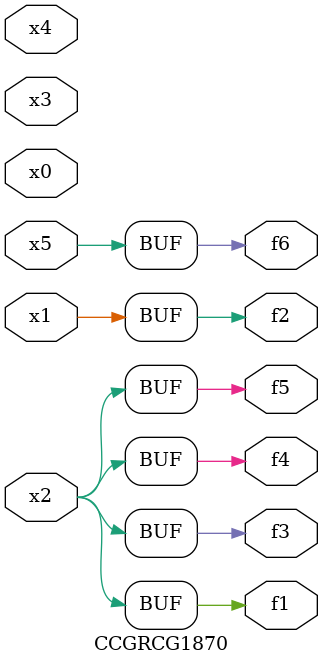
<source format=v>
module CCGRCG1870(
	input x0, x1, x2, x3, x4, x5,
	output f1, f2, f3, f4, f5, f6
);
	assign f1 = x2;
	assign f2 = x1;
	assign f3 = x2;
	assign f4 = x2;
	assign f5 = x2;
	assign f6 = x5;
endmodule

</source>
